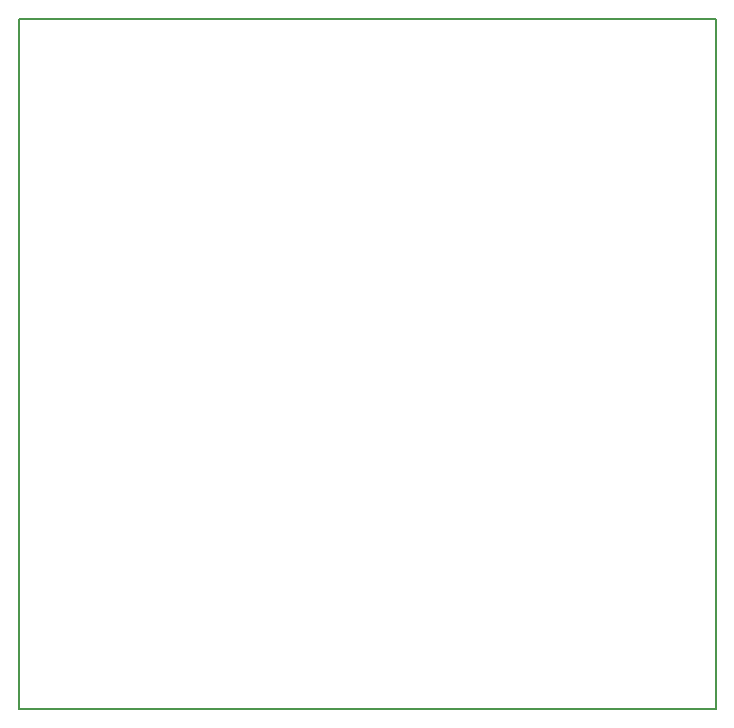
<source format=gbr>
%TF.GenerationSoftware,KiCad,Pcbnew,8.0.0*%
%TF.CreationDate,2024-04-01T00:39:21-03:00*%
%TF.ProjectId,ponderada_sem_6,706f6e64-6572-4616-9461-5f73656d5f36,rev?*%
%TF.SameCoordinates,Original*%
%TF.FileFunction,Profile,NP*%
%FSLAX46Y46*%
G04 Gerber Fmt 4.6, Leading zero omitted, Abs format (unit mm)*
G04 Created by KiCad (PCBNEW 8.0.0) date 2024-04-01 00:39:21*
%MOMM*%
%LPD*%
G01*
G04 APERTURE LIST*
%TA.AperFunction,Profile*%
%ADD10C,0.200000*%
%TD*%
G04 APERTURE END LIST*
D10*
X46000000Y-41500000D02*
X105000000Y-41500000D01*
X105000000Y-100000000D01*
X46000000Y-100000000D01*
X46000000Y-41500000D01*
M02*

</source>
